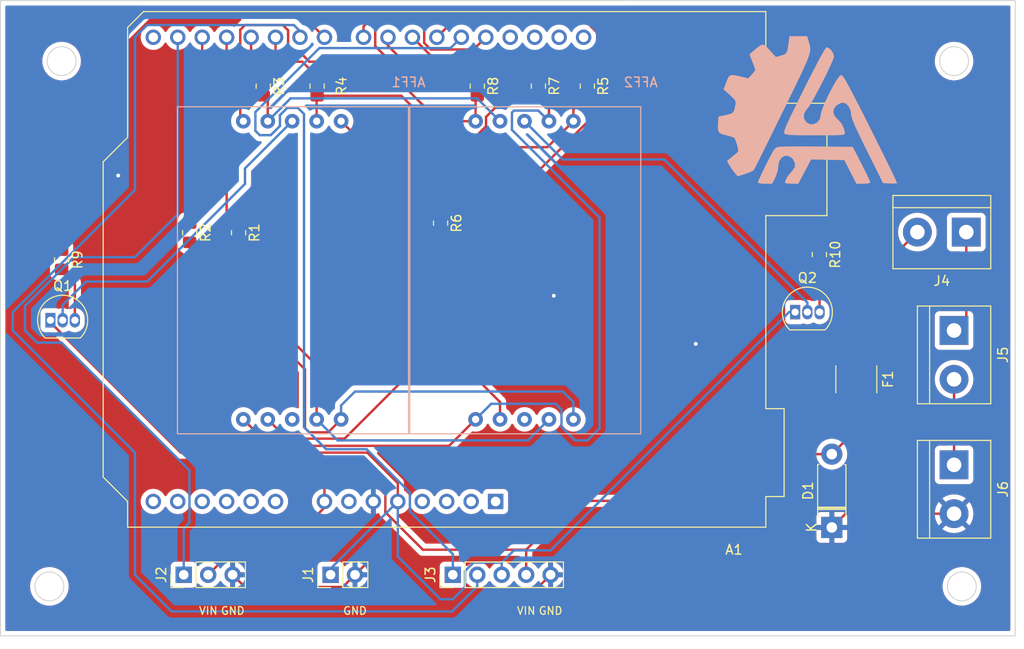
<source format=kicad_pcb>
(kicad_pcb (version 20211014) (generator pcbnew)
  (layers (0 "F.Cu" signal) (31 "B.Cu" signal) (34 "B.Paste" user) (35 "F.Paste" user) (36 "B.SilkS" user "B.Silkscreen") (37 "F.SilkS" user "F.Silkscreen") (38 "B.Mask" user) (39 "F.Mask" user) (44 "Edge.Cuts" user))
  (net 0 "")
  (net 5 "Net-(A1-Pad5)")
  (net 6 "GND")
  (net 8 "VIN")
  (net 16 "Conn1x3")
  (net 17 "Net-(A1-Pad17)")
  (net 18 "Net-(A1-Pad18)")
  (net 19 "Net-(A1-Pad19)")
  (net 20 "Net-(A1-Pad20)")
  (net 21 "BASE1")
  (net 22 "BASE2")
  (net 27 "Net-(AFF1-Pad1)")
  (net 28 "Net-(AFF1-Pad10)")
  (net 29 "Net-(AFF1-Pad3)")
  (net 30 "Net-(AFF1-Pad4)")
  (net 31 "DP")
  (net 32 "Net-(AFF1-Pad6)")
  (net 33 "Net-(AFF1-Pad7)")
  (net 35 "Net-(AFF1-Pad9)")
  (net 36 "Net-(AFF2-Pad3)")
  (net 38 "Net-(Q1-Pad3)")
  (net 39 "Net-(Q2-Pad3)")
  (net 40 "D6")
  (net 41 "Net-(A1-Pad25)")
  (net 42 "Net-(A1-Pad28)")
  (net 43 "Net-(A1-Pad24)")
  (net 44 "D12")
  (net 45 "Net-(A1-Pad26)")
  (net 46 "Net-(J4-Pad1)")
  (net 47 "Net-(F1-Pad1)")
  (net 48 "Net-(J5-Pad2)")
  (footprint "Connector_PinHeader_2.54mm:PinHeader_1x02_P2.54mm_Vertical" (layer "F.Cu") (at 130.81 123.255 90)
    (fp_text reference "J1" (at 0 -2.33 90) (layer "F.SilkS"))
    (fp_text value "Conn_01x02_Female")
    (pad "1" thru_hole rect (at 0 0 90) (size 1.7 1.7) (drill 1) (layers *.Cu *.Mask) (net 5 "Net-(A1-Pad5)"))
    (pad "2" thru_hole oval (at 0 2.54 90) (size 1.7 1.7) (drill 1) (layers *.Cu *.Mask) (net 6 "GND"))
  )
  (footprint "Resistor_SMD:R_0805_2012Metric_Pad1.20x1.40mm_HandSolder" (layer "F.Cu") (at 129.41 72.455 -90)
    (fp_text reference "R4" (at 0 -2.54 90) (layer "F.SilkS"))
    (fp_text value "150")
    (pad "1" smd roundrect (at -1 0 270) (size 1.2 1.4) (layers "F.Cu" "F.Paste" "F.Mask") (roundrect_rratio 0.208333) (net 20 "Net-(A1-Pad20)"))
    (pad "2" smd roundrect (at 1 0 270) (size 1.2 1.4) (layers "F.Cu" "F.Paste" "F.Mask") (roundrect_rratio 0.208333) (net 28 "Net-(AFF1-Pad10)"))
  )
  (footprint "Package_TO_SOT_THT:TO-92_Inline" (layer "F.Cu") (at 179.07 95.95)
    (fp_text reference "Q2" (at 1.27 -3.56) (layer "F.SilkS"))
    (fp_text value "2SA1015")
    (pad "1" thru_hole rect (at 0 0) (size 1.05 1.5) (drill 0.75) (layers *.Cu *.Mask) (net 5 "Net-(A1-Pad5)"))
    (pad "2" thru_hole oval (at 1.27 0) (size 1.05 1.5) (drill 0.75) (layers *.Cu *.Mask) (net 36 "Net-(AFF2-Pad3)"))
    (pad "3" thru_hole oval (at 2.54 0) (size 1.05 1.5) (drill 0.75) (layers *.Cu *.Mask) (net 39 "Net-(Q2-Pad3)"))
  )
  (footprint "Diode_THT:D_DO-41_SOD81_P7.62mm_Horizontal" (layer "F.Cu") (at 182.88 118.335 90)
    (fp_text reference "D1" (at 3.81 -2.47 90) (layer "F.SilkS"))
    (fp_text value "DIODE")
    (fp_text user "K" (at 0 -2.1 90) (layer "F.SilkS"))
    (pad "1" thru_hole rect (at 0 0 90) (size 2.2 2.2) (drill 1.1) (layers *.Cu *.Mask) (net 6 "GND"))
    (pad "2" thru_hole oval (at 7.62 0 90) (size 2.2 2.2) (drill 1.1) (layers *.Cu *.Mask) (net 8 "VIN"))
  )
  (footprint "7seg:polyswitch" (layer "F.Cu") (at 185.42 102.935 -90)
    (fp_text reference "F1" (at 0 -3.302 90) (layer "F.SilkS"))
    (fp_text value "Fuse")
    (pad "1" smd roundrect (at -2.25 0 270) (size 1.35 4) (layers "F.Cu" "F.Paste" "F.Mask") (roundrect_rratio 0.185) (net 47 "Net-(F1-Pad1)"))
    (pad "2" smd roundrect (at 2.25 0 270) (size 1.35 4) (layers "F.Cu" "F.Paste" "F.Mask") (roundrect_rratio 0.185) (net 8 "VIN"))
  )
  (footprint "Resistor_SMD:R_0805_2012Metric_Pad1.20x1.40mm_HandSolder" (layer "F.Cu") (at 121.255 87.695 -90)
    (fp_text reference "R1" (at 0 -1.65 90) (layer "F.SilkS"))
    (fp_text value "150")
    (pad "1" smd roundrect (at -1 0 270) (size 1.2 1.4) (layers "F.Cu" "F.Paste" "F.Mask") (roundrect_rratio 0.208333) (net 18 "Net-(A1-Pad18)"))
    (pad "2" smd roundrect (at 1 0 270) (size 1.2 1.4) (layers "F.Cu" "F.Paste" "F.Mask") (roundrect_rratio 0.208333) (net 33 "Net-(AFF1-Pad7)"))
  )
  (footprint "Resistor_SMD:R_0805_2012Metric_Pad1.20x1.40mm_HandSolder" (layer "F.Cu") (at 152.4 72.455 -90)
    (fp_text reference "R7" (at 0 -1.65 90) (layer "F.SilkS"))
    (fp_text value "150")
    (pad "1" smd roundrect (at -1 0 270) (size 1.2 1.4) (layers "F.Cu" "F.Paste" "F.Mask") (roundrect_rratio 0.208333) (net 43 "Net-(A1-Pad24)"))
    (pad "2" smd roundrect (at 1 0 270) (size 1.2 1.4) (layers "F.Cu" "F.Paste" "F.Mask") (roundrect_rratio 0.208333) (net 28 "Net-(AFF1-Pad10)"))
  )
  (footprint "Resistor_SMD:R_0805_2012Metric_Pad1.20x1.40mm_HandSolder" (layer "F.Cu") (at 102.87 90.505 -90)
    (fp_text reference "R9" (at 0 -1.65 90) (layer "F.SilkS"))
    (fp_text value "150")
    (pad "1" smd roundrect (at -1 0 270) (size 1.2 1.4) (layers "F.Cu" "F.Paste" "F.Mask") (roundrect_rratio 0.208333) (net 21 "BASE1"))
    (pad "2" smd roundrect (at 1 0 270) (size 1.2 1.4) (layers "F.Cu" "F.Paste" "F.Mask") (roundrect_rratio 0.208333) (net 38 "Net-(Q1-Pad3)"))
  )
  (footprint "Resistor_SMD:R_0805_2012Metric_Pad1.20x1.40mm_HandSolder" (layer "F.Cu") (at 142.24 86.695 -90)
    (fp_text reference "R6" (at 0 -1.65 90) (layer "F.SilkS"))
    (fp_text value "150")
    (pad "1" smd roundrect (at -1 0 270) (size 1.2 1.4) (layers "F.Cu" "F.Paste" "F.Mask") (roundrect_rratio 0.208333) (net 45 "Net-(A1-Pad26)"))
    (pad "2" smd roundrect (at 1 0 270) (size 1.2 1.4) (layers "F.Cu" "F.Paste" "F.Mask") (roundrect_rratio 0.208333) (net 35 "Net-(AFF1-Pad9)"))
  )
  (footprint "TerminalBlock:TerminalBlock_bornier-2_P5.08mm" (layer "F.Cu") (at 196.85 87.63 180)
    (fp_text reference "J4" (at 2.54 -5.08) (layer "F.SilkS"))
    (fp_text value "Screw_Terminal_01x02")
    (pad "1" thru_hole rect (at 0 0 180) (size 3 3) (drill 1.52) (layers *.Cu *.Mask) (net 46 "Net-(J4-Pad1)"))
    (pad "2" thru_hole circle (at 5.08 0 180) (size 3 3) (drill 1.52) (layers *.Cu *.Mask) (net 47 "Net-(F1-Pad1)"))
  )
  (footprint "Module:Arduino_UNO_R3" (layer "F.Cu") (at 147.955 115.635 180)
    (fp_text reference "A1" (at -24.765 -5.015) (layer "F.SilkS"))
    (fp_text value "Arduino_UNO_R3")
    (pad "1" thru_hole rect (at 0 0 270) (size 1.6 1.6) (drill 1) (layers *.Cu *.Mask))
    (pad "2" thru_hole oval (at 2.54 0 270) (size 1.6 1.6) (drill 1) (layers *.Cu *.Mask))
    (pad "3" thru_hole oval (at 5.08 0 270) (size 1.6 1.6) (drill 1) (layers *.Cu *.Mask))
    (pad "4" thru_hole oval (at 7.62 0 270) (size 1.6 1.6) (drill 1) (layers *.Cu *.Mask))
    (pad "5" thru_hole oval (at 10.16 0 270) (size 1.6 1.6) (drill 1) (layers *.Cu *.Mask) (net 5 "Net-(A1-Pad5)"))
    (pad "6" thru_hole oval (at 12.7 0 270) (size 1.6 1.6) (drill 1) (layers *.Cu *.Mask) (net 6 "GND"))
    (pad "7" thru_hole oval (at 15.24 0 270) (size 1.6 1.6) (drill 1) (layers *.Cu *.Mask))
    (pad "8" thru_hole oval (at 17.78 0 270) (size 1.6 1.6) (drill 1) (layers *.Cu *.Mask) (net 8 "VIN"))
    (pad "9" thru_hole oval (at 22.86 0 270) (size 1.6 1.6) (drill 1) (layers *.Cu *.Mask))
    (pad "10" thru_hole oval (at 25.4 0 270) (size 1.6 1.6) (drill 1) (layers *.Cu *.Mask))
    (pad "11" thru_hole oval (at 27.94 0 270) (size 1.6 1.6) (drill 1) (layers *.Cu *.Mask))
    (pad "12" thru_hole oval (at 30.48 0 270) (size 1.6 1.6) (drill 1) (layers *.Cu *.Mask))
    (pad "13" thru_hole oval (at 33.02 0 270) (size 1.6 1.6) (drill 1) (layers *.Cu *.Mask))
    (pad "14" thru_hole oval (at 35.56 0 270) (size 1.6 1.6) (drill 1) (layers *.Cu *.Mask))
    (pad "15" thru_hole oval (at 35.56 48.26 270) (size 1.6 1.6) (drill 1) (layers *.Cu *.Mask))
    (pad "16" thru_hole oval (at 33.02 48.26 270) (size 1.6 1.6) (drill 1) (layers *.Cu *.Mask) (net 16 "Conn1x3"))
    (pad "17" thru_hole oval (at 30.48 48.26 270) (size 1.6 1.6) (drill 1) (layers *.Cu *.Mask) (net 17 "Net-(A1-Pad17)"))
    (pad "18" thru_hole oval (at 27.94 48.26 270) (size 1.6 1.6) (drill 1) (layers *.Cu *.Mask) (net 18 "Net-(A1-Pad18)"))
    (pad "19" thru_hole oval (at 25.4 48.26 270) (size 1.6 1.6) (drill 1) (layers *.Cu *.Mask) (net 19 "Net-(A1-Pad19)"))
    (pad "20" thru_hole oval (at 22.86 48.26 270) (size 1.6 1.6) (drill 1) (layers *.Cu *.Mask) (net 20 "Net-(A1-Pad20)"))
    (pad "21" thru_hole oval (at 20.32 48.26 270) (size 1.6 1.6) (drill 1) (layers *.Cu *.Mask) (net 40 "D6"))
    (pad "22" thru_hole oval (at 17.78 48.26 270) (size 1.6 1.6) (drill 1) (layers *.Cu *.Mask) (net 21 "BASE1"))
    (pad "23" thru_hole oval (at 13.72 48.26 270) (size 1.6 1.6) (drill 1) (layers *.Cu *.Mask) (net 22 "BASE2"))
    (pad "24" thru_hole oval (at 11.18 48.26 270) (size 1.6 1.6) (drill 1) (layers *.Cu *.Mask) (net 43 "Net-(A1-Pad24)"))
    (pad "25" thru_hole oval (at 8.64 48.26 270) (size 1.6 1.6) (drill 1) (layers *.Cu *.Mask) (net 41 "Net-(A1-Pad25)"))
    (pad "26" thru_hole oval (at 6.1 48.26 270) (size 1.6 1.6) (drill 1) (layers *.Cu *.Mask) (net 45 "Net-(A1-Pad26)"))
    (pad "27" thru_hole oval (at 3.56 48.26 270) (size 1.6 1.6) (drill 1) (layers *.Cu *.Mask) (net 44 "D12"))
    (pad "28" thru_hole oval (at 1.02 48.26 270) (size 1.6 1.6) (drill 1) (layers *.Cu *.Mask) (net 42 "Net-(A1-Pad28)"))
    (pad "29" thru_hole oval (at -1.52 48.26 270) (size 1.6 1.6) (drill 1) (layers *.Cu *.Mask))
    (pad "30" thru_hole oval (at -4.06 48.26 270) (size 1.6 1.6) (drill 1) (layers *.Cu *.Mask))
    (pad "31" thru_hole oval (at -6.6 48.26 270) (size 1.6 1.6) (drill 1) (layers *.Cu *.Mask))
    (pad "32" thru_hole oval (at -9.14 48.26 270) (size 1.6 1.6) (drill 1) (layers *.Cu *.Mask))
  )
  (footprint "Resistor_SMD:R_0805_2012Metric_Pad1.20x1.40mm_HandSolder" (layer "F.Cu") (at 146.05 72.455 -90)
    (fp_text reference "R8" (at 0 -1.65 90) (layer "F.SilkS"))
    (fp_text value "150")
    (pad "1" smd roundrect (at -1 0 270) (size 1.2 1.4) (layers "F.Cu" "F.Paste" "F.Mask") (roundrect_rratio 0.208333) (net 42 "Net-(A1-Pad28)"))
    (pad "2" smd roundrect (at 1 0 270) (size 1.2 1.4) (layers "F.Cu" "F.Paste" "F.Mask") (roundrect_rratio 0.208333) (net 31 "DP"))
  )
  (footprint "Connector_PinHeader_2.54mm:PinHeader_1x05_P2.54mm_Vertical" (layer "F.Cu") (at 143.51 123.255 90)
    (fp_text reference "J3" (at 0 -2.33 90) (layer "F.SilkS"))
    (fp_text value "Conn_01x05_Female")
    (pad "1" thru_hole rect (at 0 0 90) (size 1.7 1.7) (drill 1) (layers *.Cu *.Mask) (net 44 "D12"))
    (pad "2" thru_hole oval (at 0 2.54 90) (size 1.7 1.7) (drill 1) (layers *.Cu *.Mask) (net 40 "D6"))
    (pad "3" thru_hole oval (at 0 5.08 90) (size 1.7 1.7) (drill 1) (layers *.Cu *.Mask) (net 5 "Net-(A1-Pad5)"))
    (pad "4" thru_hole oval (at 0 7.62 90) (size 1.7 1.7) (drill 1) (layers *.Cu *.Mask) (net 8 "VIN"))
    (pad "5" thru_hole oval (at 0 10.16 90) (size 1.7 1.7) (drill 1) (layers *.Cu *.Mask) (net 6 "GND"))
  )
  (footprint "Resistor_SMD:R_0805_2012Metric_Pad1.20x1.40mm_HandSolder" (layer "F.Cu") (at 181.59 89.965 -90)
    (fp_text reference "R10" (at 0 -1.65 90) (layer "F.SilkS"))
    (fp_text value "150")
    (pad "1" smd roundrect (at -1 0 270) (size 1.2 1.4) (layers "F.Cu" "F.Paste" "F.Mask") (roundrect_rratio 0.208333) (net 22 "BASE2"))
    (pad "2" smd roundrect (at 1 0 270) (size 1.2 1.4) (layers "F.Cu" "F.Paste" "F.Mask") (roundrect_rratio 0.208333) (net 39 "Net-(Q2-Pad3)"))
  )
  (footprint "Resistor_SMD:R_0805_2012Metric_Pad1.20x1.40mm_HandSolder" (layer "F.Cu") (at 157.48 72.455 -90)
    (fp_text reference "R5" (at 0 -1.65 90) (layer "F.SilkS"))
    (fp_text value "150")
    (pad "1" smd roundrect (at -1 0 270) (size 1.2 1.4) (layers "F.Cu" "F.Paste" "F.Mask") (roundrect_rratio 0.208333) (net 41 "Net-(A1-Pad25)"))
    (pad "2" smd roundrect (at 1 0 270) (size 1.2 1.4) (layers "F.Cu" "F.Paste" "F.Mask") (roundrect_rratio 0.208333) (net 27 "Net-(AFF1-Pad1)"))
  )
  (footprint "TerminalBlock:TerminalBlock_bornier-2_P5.08mm" (layer "F.Cu") (at 195.58 97.855 -90)
    (fp_text reference "J5" (at 2.54 -5.08 90) (layer "F.SilkS"))
    (fp_text value "Screw_Terminal_01x02")
    (pad "1" thru_hole rect (at 0 0 270) (size 3 3) (drill 1.52) (layers *.Cu *.Mask) (net 46 "Net-(J4-Pad1)"))
    (pad "2" thru_hole circle (at 5.08 0 270) (size 3 3) (drill 1.52) (layers *.Cu *.Mask) (net 48 "Net-(J5-Pad2)"))
  )
  (footprint "Connector_PinHeader_2.54mm:PinHeader_1x03_P2.54mm_Vertical" (layer "F.Cu") (at 115.555 123.255 90)
    (fp_text reference "J2" (at 0 -2.33 90) (layer "F.SilkS"))
    (fp_text value "Conn_01x03_Female")
    (pad "1" thru_hole rect (at 0 0 90) (size 1.7 1.7) (drill 1) (layers *.Cu *.Mask) (net 16 "Conn1x3"))
    (pad "2" thru_hole oval (at 0 2.54 90) (size 1.7 1.7) (drill 1) (layers *.Cu *.Mask) (net 8 "VIN"))
    (pad "3" thru_hole oval (at 0 5.08 90) (size 1.7 1.7) (drill 1) (layers *.Cu *.Mask) (net 6 "GND"))
  )
  (footprint "Resistor_SMD:R_0805_2012Metric_Pad1.20x1.40mm_HandSolder" (layer "F.Cu") (at 123.815 72.455 -90)
    (fp_text reference "R3" (at 0 -1.65 90) (layer "F.SilkS"))
    (fp_text value "150")
    (pad "1" smd roundrect (at -1 0 270) (size 1.2 1.4) (layers "F.Cu" "F.Paste" "F.Mask") (roundrect_rratio 0.208333) (net 19 "Net-(A1-Pad19)"))
    (pad "2" smd roundrect (at 1 0 270) (size 1.2 1.4) (layers "F.Cu" "F.Paste" "F.Mask") (roundrect_rratio 0.208333) (net 30 "Net-(AFF1-Pad4)"))
  )
  (footprint "TerminalBlock:TerminalBlock_bornier-2_P5.08mm" (layer "F.Cu") (at 195.58 111.825 -90)
    (fp_text reference "J6" (at 2.54 -5.08 90) (layer "F.SilkS"))
    (fp_text value "Screw_Terminal_01x02")
    (pad "1" thru_hole rect (at 0 0 270) (size 3 3) (drill 1.52) (layers *.Cu *.Mask) (net 48 "Net-(J5-Pad2)"))
    (pad "2" thru_hole circle (at 5.08 0 270) (size 3 3) (drill 1.52) (layers *.Cu *.Mask) (net 6 "GND"))
  )
  (footprint "Package_TO_SOT_THT:TO-92_Inline" (layer "F.Cu") (at 101.708355 96.792145)
    (fp_text reference "Q1" (at 1.27 -3.56) (layer "F.SilkS"))
    (fp_text value "2SA1015")
    (pad "1" thru_hole rect (at 0 0) (size 1.05 1.5) (drill 0.75) (layers *.Cu *.Mask) (net 5 "Net-(A1-Pad5)"))
    (pad "2" thru_hole oval (at 1.27 0) (size 1.05 1.5) (drill 0.75) (layers *.Cu *.Mask) (net 29 "Net-(AFF1-Pad3)"))
    (pad "3" thru_hole oval (at 2.54 0) (size 1.05 1.5) (drill 0.75) (layers *.Cu *.Mask) (net 38 "Net-(Q1-Pad3)"))
  )
  (footprint "Resistor_SMD:R_0805_2012Metric_Pad1.20x1.40mm_HandSolder" (layer "F.Cu") (at 116.175 87.695 -90)
    (fp_text reference "R2" (at 0 -1.65 90) (layer "F.SilkS"))
    (fp_text value "150")
    (pad "1" smd roundrect (at -1 0 270) (size 1.2 1.4) (layers "F.Cu" "F.Paste" "F.Mask") (roundrect_rratio 0.208333) (net 17 "Net-(A1-Pad17)"))
    (pad "2" smd roundrect (at 1 0 270) (size 1.2 1.4) (layers "F.Cu" "F.Paste" "F.Mask") (roundrect_rratio 0.208333) (net 32 "Net-(AFF1-Pad6)"))
  )
  (footprint "7seg:Logo" (layer "B.Cu") (at 180.34 74.93 180)
    (fp_text reference "G***" hide)
    (fp_text value "LOGO" hide)
  )
  (footprint "7seg:7seg" (layer "B.Cu") (at 138.905 74.6 180)
    (fp_text reference "AFF1" (at 0 2.54 unlocked) (layer "B.SilkS") (effects (justify mirror)))
    (fp_text value "LTS-6960HR")
    (pad "1" thru_hole circle (at 7 -1.5 180) (size 1.524 1.524) (drill 0.762) (layers *.Cu *.Mask) (net 27 "Net-(AFF1-Pad1)"))
    (pad "2" thru_hole circle (at 9.54 -1.5 180) (size 1.524 1.524) (drill 0.762) (layers *.Cu *.Mask) (net 28 "Net-(AFF1-Pad10)"))
    (pad "3" thru_hole circle (at 12.08 -1.5 180) (size 1.524 1.524) (drill 0.762) (layers *.Cu *.Mask) (net 29 "Net-(AFF1-Pad3)"))
    (pad "4" thru_hole circle (at 14.62 -1.5 180) (size 1.524 1.524) (drill 0.762) (layers *.Cu *.Mask) (net 30 "Net-(AFF1-Pad4)"))
    (pad "5" thru_hole circle (at 17.16 -1.5 180) (size 1.524 1.524) (drill 0.762) (layers *.Cu *.Mask) (net 31 "DP"))
    (pad "6" thru_hole circle (at 7 -32.5 180) (size 1.524 1.524) (drill 0.762) (layers *.Cu *.Mask) (net 32 "Net-(AFF1-Pad6)"))
    (pad "7" thru_hole circle (at 9.54 -32.5 180) (size 1.524 1.524) (drill 0.762) (layers *.Cu *.Mask) (net 33 "Net-(AFF1-Pad7)"))
    (pad "8" thru_hole circle (at 12.08 -32.5 180) (size 1.524 1.524) (drill 0.762) (layers *.Cu *.Mask))
    (pad "9" thru_hole circle (at 14.62 -32.5 180) (size 1.524 1.524) (drill 0.762) (layers *.Cu *.Mask) (net 35 "Net-(AFF1-Pad9)"))
    (pad "10" thru_hole circle (at 17.16 -32.5 180) (size 1.524 1.524) (drill 0.762) (layers *.Cu *.Mask) (net 28 "Net-(AFF1-Pad10)"))
  )
  (footprint "7seg:7seg" (layer "B.Cu") (at 163.035 74.6 180)
    (fp_text reference "AFF2" (at 0 2.54 unlocked) (layer "B.SilkS") (effects (justify mirror)))
    (fp_text value "LTS-6960HR")
    (pad "1" thru_hole circle (at 7 -1.5 180) (size 1.524 1.524) (drill 0.762) (layers *.Cu *.Mask) (net 27 "Net-(AFF1-Pad1)"))
    (pad "2" thru_hole circle (at 9.54 -1.5 180) (size 1.524 1.524) (drill 0.762) (layers *.Cu *.Mask) (net 28 "Net-(AFF1-Pad10)"))
    (pad "3" thru_hole circle (at 12.08 -1.5 180) (size 1.524 1.524) (drill 0.762) (layers *.Cu *.Mask) (net 36 "Net-(AFF2-Pad3)"))
    (pad "4" thru_hole circle (at 14.62 -1.5 180) (size 1.524 1.524) (drill 0.762) (layers *.Cu *.Mask) (net 30 "Net-(AFF1-Pad4)"))
    (pad "5" thru_hole circle (at 17.16 -1.5 180) (size 1.524 1.524) (drill 0.762) (layers *.Cu *.Mask) (net 31 "DP"))
    (pad "6" thru_hole circle (at 7 -32.5 180) (size 1.524 1.524) (drill 0.762) (layers *.Cu *.Mask) (net 32 "Net-(AFF1-Pad6)"))
    (pad "7" thru_hole circle (at 9.54 -32.5 180) (size 1.524 1.524) (drill 0.762) (layers *.Cu *.Mask) (net 33 "Net-(AFF1-Pad7)"))
    (pad "8" thru_hole circle (at 12.08 -32.5 180) (size 1.524 1.524) (drill 0.762) (layers *.Cu *.Mask))
    (pad "9" thru_hole circle (at 14.62 -32.5 180) (size 1.524 1.524) (drill 0.762) (layers *.Cu *.Mask) (net 35 "Net-(AFF1-Pad9)"))
    (pad "10" thru_hole circle (at 17.16 -32.5 180) (size 1.524 1.524) (drill 0.762) (layers *.Cu *.Mask) (net 28 "Net-(AFF1-Pad10)"))
  )
  (gr_circle (center 196.39 124.46) (end 197.89 124.46) (layer "Edge.Cuts") (width 0.1) (fill none))
  (gr_circle (center 101.6 124.46) (end 103.1 124.46) (layer "Edge.Cuts") (width 0.1) (fill none))
  (gr_rect (start 96.52 63.565) (end 201.93 129.605) (layer "Edge.Cuts") (width 0.1) (fill none))
  (gr_circle (center 195.58 69.85) (end 197.08 69.85) (layer "Edge.Cuts") (width 0.1) (fill none))
  (gr_circle (center 102.87 69.85) (end 104.37 69.85) (layer "Edge.Cuts") (width 0.1) (fill none))
  (gr_text "GND" (at 153.67 127) (layer "F.SilkS") (effects (font (size 0.8 0.8) (thickness 0.125))))
  (gr_text "GND" (at 133.35 127) (layer "F.SilkS") (effects (font (size 0.8 0.8) (thickness 0.125))))
  (gr_text "VIN" (at 151.13 127) (layer "F.SilkS") (effects (font (size 0.8 0.8) (thickness 0.125))))
  (gr_text "VIN" (at 118.11 127) (layer "F.SilkS") (effects (font (size 0.8 0.8) (thickness 0.125))))
  (gr_text "GND" (at 120.65 127) (layer "F.SilkS") (effects (font (size 0.8 0.8) (thickness 0.125))))
  (segment (start 137.795 113.73) (end 134.62 110.555) (width 0.25) (layer "F.Cu") (net 5))
  (segment (start 101.708355 97.017145) (end 101.708355 96.792145) (width 0.25) (layer "F.Cu") (net 5))
  (segment (start 137.795 115.635) (end 137.795 113.73) (width 0.25) (layer "F.Cu") (net 5))
  (segment (start 115.24621 110.555) (end 101.708355 97.017145) (width 0.25) (layer "F.Cu") (net 5))
  (segment (start 134.62 110.555) (end 115.24621 110.555) (width 0.25) (layer "F.Cu") (net 5))
  (segment (start 145.658299 121.985) (end 144.78 122.863299) (width 0.25) (layer "B.Cu") (net 5))
  (segment (start 144.78 122.863299) (end 144.78 124.525) (width 0.25) (layer "B.Cu") (net 5))
  (segment (start 179.07 95.95) (end 178.435 95.95) (width 0.25) (layer "B.Cu") (net 5))
  (segment (start 148.59 121.985) (end 145.658299 121.985) (width 0.25) (layer "B.Cu") (net 5))
  (segment (start 144.78 124.525) (end 143.51 125.795) (width 0.25) (layer "B.Cu") (net 5))
  (segment (start 143.51 125.795) (end 142.24 125.795) (width 0.25) (layer "B.Cu") (net 5))
  (segment (start 130.81 123.255) (end 130.81 122.62) (width 0.25) (layer "B.Cu") (net 5))
  (segment (start 149.86 120.715) (end 148.59 121.985) (width 0.25) (layer "B.Cu") (net 5))
  (segment (start 178.435 95.95) (end 153.67 120.715) (width 0.25) (layer "B.Cu") (net 5))
  (segment (start 148.59 121.985) (end 148.59 123.255) (width 0.25) (layer "B.Cu") (net 5))
  (segment (start 130.81 122.62) (end 137.795 115.635) (width 0.25) (layer "B.Cu") (net 5))
  (segment (start 153.67 120.715) (end 149.86 120.715) (width 0.25) (layer "B.Cu") (net 5))
  (segment (start 142.24 125.795) (end 137.795 121.35) (width 0.25) (layer "B.Cu") (net 5))
  (segment (start 137.795 121.35) (end 137.795 115.635) (width 0.25) (layer "B.Cu") (net 5))
  (segment (start 166.305 123.255) (end 153.67 123.255) (width 0.25) (layer "F.Cu") (net 6))
  (segment (start 121.905 124.525) (end 132.08 124.525) (width 0.25) (layer "F.Cu") (net 6))
  (segment (start 151.195 125.73) (end 153.67 123.255) (width 0.25) (layer "F.Cu") (net 6))
  (segment (start 182.88 118.335) (end 171.225 118.335) (width 0.25) (layer "F.Cu") (net 6))
  (segment (start 135.255 121.35) (end 135.255 115.635) (width 0.25) (layer "F.Cu") (net 6))
  (segment (start 139.635 125.73) (end 151.195 125.73) (width 0.25) (layer "F.Cu") (net 6))
  (segment (start 195.58 116.905) (end 184.31 116.905) (width 0.25) (layer "F.Cu") (net 6))
  (segment (start 133.35 123.255) (end 135.255 121.35) (width 0.25) (layer "F.Cu") (net 6))
  (segment (start 184.31 116.905) (end 182.88 118.335) (width 0.25) (layer "F.Cu") (net 6))
  (segment (start 120.635 123.255) (end 121.905 124.525) (width 0.25) (layer "F.Cu") (net 6))
  (segment (start 132.08 124.525) (end 133.35 123.255) (width 0.25) (layer "F.Cu") (net 6))
  (segment (start 171.225 118.335) (end 166.305 123.255) (width 0.25) (layer "F.Cu") (net 6))
  (segment (start 135.255 121.35) (end 139.635 125.73) (width 0.25) (layer "F.Cu") (net 6))
  (via (at 154 94.25) (size 0.8) (drill 0.4) (layers "F.Cu" "B.Cu") (net 6))
  (via (at 108.75 81.75) (size 0.8) (drill 0.4) (layers "F.Cu" "B.Cu") (net 6))
  (via (at 168.75 99.25) (size 0.8) (drill 0.4) (layers "F.Cu" "B.Cu") (net 6))
  (segment (start 182.88 110.715) (end 185.42 108.175) (width 0.25) (layer "F.Cu") (net 8))
  (segment (start 180.565 110.715) (end 175.71 115.57) (width 0.25) (layer "F.Cu") (net 8))
  (segment (start 151.13 120.65) (end 140.4 120.65) (width 0.25) (layer "F.Cu") (net 8))
  (segment (start 134.62 113.03) (end 130.81 113.03) (width 0.25) (layer "F.Cu") (net 8))
  (segment (start 130.175 113.665) (end 130.175 115.635) (width 0.25) (layer "F.Cu") (net 8))
  (segment (start 182.88 110.715) (end 180.565 110.715) (width 0.25) (layer "F.Cu") (net 8))
  (segment (start 175.71 115.57) (end 156.21 115.57) (width 0.25) (layer "F.Cu") (net 8))
  (segment (start 121.905 119.445) (end 127 119.445) (width 0.25) (layer "F.Cu") (net 8))
  (segment (start 140.4 120.65) (end 136.5 116.75) (width 0.25) (layer "F.Cu") (net 8))
  (segment (start 151.13 120.65) (end 151.13 123.255) (width 0.25) (layer "F.Cu") (net 8))
  (segment (start 118.095 123.255) (end 121.905 119.445) (width 0.25) (layer "F.Cu") (net 8))
  (segment (start 127 119.445) (end 130.175 116.27) (width 0.25) (layer "F.Cu") (net 8))
  (segment (start 130.81 113.03) (end 130.175 113.665) (width 0.25) (layer "F.Cu") (net 8))
  (segment (start 185.42 108.175) (end 185.42 105.185) (width 0.25) (layer "F.Cu") (net 8))
  (segment (start 156.21 115.57) (end 151.13 120.65) (width 0.25) (layer "F.Cu") (net 8))
  (segment (start 136.5 116.75) (end 136.5 114.91) (width 0.25) (layer "F.Cu") (net 8))
  (segment (start 130.175 116.27) (end 130.175 115.635) (width 0.25) (layer "F.Cu") (net 8))
  (segment (start 136.5 114.91) (end 134.62 113.03) (width 0.25) (layer "F.Cu") (net 8))
  (segment (start 104.14 90.235) (end 110.49 90.235) (width 0.25) (layer "B.Cu") (net 16))
  (segment (start 99.06 95.315) (end 104.14 90.235) (width 0.25) (layer "B.Cu") (net 16))
  (segment (start 115.555 118.445) (end 116.15 117.85) (width 0.25) (layer "B.Cu") (net 16))
  (segment (start 116.15 112.405) (end 102.87 99.125) (width 0.25) (layer "B.Cu") (net 16))
  (segment (start 102.87 99.125) (end 100.33 99.125) (width 0.25) (layer "B.Cu") (net 16))
  (segment (start 115.555 118.445) (end 115.555 123.255) (width 0.25) (layer "B.Cu") (net 16))
  (segment (start 100.33 99.125) (end 99.06 97.855) (width 0.25) (layer "B.Cu") (net 16))
  (segment (start 110.49 90.235) (end 114.935 85.79) (width 0.25) (layer "B.Cu") (net 16))
  (segment (start 116.15 117.85) (end 116.15 112.405) (width 0.25) (layer "B.Cu") (net 16))
  (segment (start 99.06 97.855) (end 99.06 95.315) (width 0.25) (layer "B.Cu") (net 16))
  (segment (start 114.935 85.79) (end 114.935 67.375) (width 0.25) (layer "B.Cu") (net 16))
  (segment (start 117.475 85.395) (end 117.475 67.375) (width 0.25) (layer "F.Cu") (net 17))
  (segment (start 116.175 86.695) (end 117.475 85.395) (width 0.25) (layer "F.Cu") (net 17))
  (segment (start 121.255 86.695) (end 120.015 85.455) (width 0.25) (layer "F.Cu") (net 18))
  (segment (start 120.015 85.455) (end 120.015 67.375) (width 0.25) (layer "F.Cu") (net 18))
  (segment (start 122.555 70.195) (end 122.555 67.375) (width 0.25) (layer "F.Cu") (net 19))
  (segment (start 123.815 71.455) (end 122.555 70.195) (width 0.25) (layer "F.Cu") (net 19))
  (segment (start 125.095 69.28) (end 125.095 67.375) (width 0.25) (layer "F.Cu") (net 20))
  (segment (start 129.41 71.455) (end 127.87 69.915) (width 0.25) (layer "F.Cu") (net 20))
  (segment (start 125.73 69.915) (end 125.095 69.28) (width 0.25) (layer "F.Cu") (net 20))
  (segment (start 127.87 69.915) (end 125.73 69.915) (width 0.25) (layer "F.Cu") (net 20))
  (segment (start 109.22 67.31) (end 109.22 77.47) (width 0.25) (layer "F.Cu") (net 21))
  (segment (start 109.22 77.47) (end 102.87 83.82) (width 0.25) (layer "F.Cu") (net 21))
  (segment (start 130.175 67.375) (end 127.57 64.77) (width 0.25) (layer "F.Cu") (net 21))
  (segment (start 111.76 64.77) (end 109.22 67.31) (width 0.25) (layer "F.Cu") (net 21))
  (segment (start 127.57 64.77) (end 111.76 64.77) (width 0.25) (layer "F.Cu") (net 21))
  (segment (start 102.87 83.82) (end 102.87 89.505) (width 0.25) (layer "F.Cu") (net 21))
  (segment (start 181.61 88.945) (end 181.59 88.965) (width 0.25) (layer "F.Cu") (net 22))
  (segment (start 136.09363 64.385) (end 160.84 64.385) (width 0.25) (layer "F.Cu") (net 22))
  (segment (start 160.84 64.385) (end 181.61 85.155) (width 0.25) (layer "F.Cu") (net 22))
  (segment (start 134.235 67.375) (end 134.235 66.24363) (width 0.25) (layer "F.Cu") (net 22))
  (segment (start 134.235 66.24363) (end 136.09363 64.385) (width 0.25) (layer "F.Cu") (net 22))
  (segment (start 181.61 85.155) (end 181.61 88.945) (width 0.25) (layer "F.Cu") (net 22))
  (segment (start 156.035 74.9) (end 156.035 76.1) (width 0.25) (layer "F.Cu") (net 27))
  (segment (start 153.33 78.805) (end 156.035 76.1) (width 0.25) (layer "F.Cu") (net 27))
  (segment (start 134.61 78.805) (end 153.33 78.805) (width 0.25) (layer "F.Cu") (net 27))
  (segment (start 157.48 73.455) (end 156.035 74.9) (width 0.25) (layer "F.Cu") (net 27))
  (segment (start 131.905 76.1) (end 134.61 78.805) (width 0.25) (layer "F.Cu") (net 27))
  (segment (start 153.495 74.55) (end 153.495 76.1) (width 0.25) (layer "F.Cu") (net 28))
  (segment (start 143.125 109.85) (end 145.875 107.1) (width 0.25) (layer "F.Cu") (net 28))
  (segment (start 123.93 109.285) (end 123.935 109.285) (width 0.25) (layer "F.Cu") (net 28))
  (segment (start 146.962 76.623) (end 146.05 77.535) (width 0.25) (layer "F.Cu") (net 28))
  (segment (start 123.935 109.285) (end 124.5 109.85) (width 0.25) (layer "F.Cu") (net 28))
  (segment (start 138.16 73.455) (end 129.41 73.455) (width 0.25) (layer "F.Cu") (net 28))
  (segment (start 149.156749 73.455) (end 146.962 75.649749) (width 0.25) (layer "F.Cu") (net 28))
  (segment (start 146.05 77.535) (end 142.24 77.535) (width 0.25) (layer "F.Cu") (net 28))
  (segment (start 152.4 73.455) (end 153.495 74.55) (width 0.25) (layer "F.Cu") (net 28))
  (segment (start 124.5 109.85) (end 143.125 109.85) (width 0.25) (layer "F.Cu") (net 28))
  (segment (start 146.962 75.649749) (end 146.962 76.623) (width 0.25) (layer "F.Cu") (net 28))
  (segment (start 129.365 76.1) (end 129.365 73.5) (width 0.25) (layer "F.Cu") (net 28))
  (segment (start 152.4 73.455) (end 149.156749 73.455) (width 0.25) (layer "F.Cu") (net 28))
  (segment (start 129.365 73.5) (end 129.41 73.455) (width 0.25) (layer "F.Cu") (net 28))
  (segment (start 142.24 77.535) (end 138.16 73.455) (width 0.25) (layer "F.Cu") (net 28))
  (segment (start 121.745 107.1) (end 123.93 109.285) (width 0.25) (layer "F.Cu") (net 28))
  (segment (start 149.65 75.2) (end 149.855 74.995) (width 0.25) (layer "B.Cu") (net 28))
  (segment (start 154.8 106.1) (end 154.8 107.875) (width 0.25) (layer "B.Cu") (net 28))
  (segment (start 158.75 86.1) (end 149.65 77) (width 0.25) (layer "B.Cu") (net 28))
  (segment (start 154.175 105.475) (end 154.8 106.1) (width 0.25) (layer "B.Cu") (net 28))
  (segment (start 145.875 107.1) (end 147.5 105.475) (width 0.25) (layer "B.Cu") (net 28))
  (segment (start 147.5 105.475) (end 154.175 105.475) (width 0.25) (layer "B.Cu") (net 28))
  (segment (start 154.8 107.875) (end 156.21 109.285) (width 0.25) (layer "B.Cu") (net 28))
  (segment (start 157.48 109.285) (end 158.75 108.015) (width 0.25) (layer "B.Cu") (net 28))
  (segment (start 149.65 77) (end 149.65 75.2) (width 0.25) (layer "B.Cu") (net 28))
  (segment (start 156.21 109.285) (end 157.48 109.285) (width 0.25) (layer "B.Cu") (net 28))
  (segment (start 158.75 108.015) (end 158.75 86.1) (width 0.25) (layer "B.Cu") (net 28))
  (segment (start 149.855 74.995) (end 152.39 74.995) (width 0.25) (layer "B.Cu") (net 28))
  (segment (start 152.39 74.995) (end 153.495 76.1) (width 0.25) (layer "B.Cu") (net 28))
  (segment (start 111.76 92.775) (end 105.41 92.775) (width 0.25) (layer "B.Cu") (net 29))
  (segment (start 121.92 81.005) (end 121.92 82.615) (width 0.25) (layer "B.Cu") (net 29))
  (segment (start 126.825 76.1) (end 121.92 81.005) (width 0.25) (layer "B.Cu") (net 29))
  (segment (start 105.41 92.775) (end 102.978355 95.206645) (width 0.25) (layer "B.Cu") (net 29))
  (segment (start 121.92 82.615) (end 111.76 92.775) (width 0.25) (layer "B.Cu") (net 29))
  (segment (start 102.978355 95.206645) (end 102.978355 96.792145) (width 0.25) (layer "B.Cu") (net 29))
  (segment (start 124.285 73.925) (end 123.815 73.455) (width 0.25) (layer "F.Cu") (net 30))
  (segment (start 124.285 76.1) (end 124.285 73.925) (width 0.25) (layer "F.Cu") (net 30))
  (segment (start 146.05 73.735) (end 148.415 76.1) (width 0.25) (layer "B.Cu") (net 30))
  (segment (start 146.05 73.725) (end 146.05 73.735) (width 0.25) (layer "B.Cu") (net 30))
  (segment (start 124.285 76.1) (end 126.66 73.725) (width 0.25) (layer "B.Cu") (net 30))
  (segment (start 126.66 73.725) (end 146.05 73.725) (width 0.25) (layer "B.Cu") (net 30))
  (segment (start 121.43 75.785) (end 121.43 66.595) (width 0.25) (layer "F.Cu") (net 31))
  (segment (start 146.05 73.455) (end 145.875 73.63) (width 0.25) (layer "F.Cu") (net 31))
  (segment (start 127.9 69.2) (end 128.584009 69.884009) (width 0.25) (layer "F.Cu") (net 31))
  (segment (start 127.25 69.2) (end 127.9 69.2) (width 0.25) (layer "F.Cu") (net 31))
  (segment (start 121.745 76.1) (end 121.43 75.785) (width 0.25) (layer "F.Cu") (net 31))
  (segment (start 121.43 66.595) (end 121.92 66.105) (width 0.25) (layer "F.Cu") (net 31))
  (segment (start 125.855 66.105) (end 126.4 66.65) (width 0.25) (layer "F.Cu") (net 31))
  (segment (start 128.584009 69.915) (end 135.89 69.915) (width 0.25) (layer "F.Cu") (net 31))
  (segment (start 145.875 73.63) (end 145.875 76.1) (width 0.25) (layer "F.Cu") (net 31))
  (segment (start 128.584009 69.884009) (end 128.584009 69.915) (width 0.25) (layer "F.Cu") (net 31))
  (segment (start 126.4 68.35) (end 127.25 69.2) (width 0.25) (layer "F.Cu") (net 31))
  (segment (start 121.92 66.105) (end 125.855 66.105) (width 0.25) (layer "F.Cu") (net 31))
  (segment (start 135.89 69.915) (end 142.075 76.1) (width 0.25) (layer "F.Cu") (net 31))
  (segment (start 126.4 66.65) (end 126.4 68.35) (width 0.25) (layer "F.Cu") (net 31))
  (segment (start 142.075 76.1) (end 145.875 76.1) (width 0.25) (layer "F.Cu") (net 31))
  (segment (start 128.6 108.45) (end 130.555 108.45) (width 0.25) (layer "F.Cu") (net 32))
  (segment (start 116.175 89.925) (end 128.15 101.9) (width 0.25) (layer "F.Cu") (net 32))
  (segment (start 128.15 101.9) (end 128.15 108) (width 0.25) (layer "F.Cu") (net 32))
  (segment (start 130.555 108.45) (end 131.905 107.1) (width 0.25) (layer "F.Cu") (net 32))
  (segment (start 128.15 108) (end 128.6 108.45) (width 0.25) (layer "F.Cu") (net 32))
  (segment (start 116.175 88.695) (end 116.175 89.925) (width 0.25) (layer "F.Cu") (net 32))
  (segment (start 133.35 104.205) (end 154.94 104.205) (width 0.25) (layer "B.Cu") (net 32))
  (segment (start 131.905 107.1) (end 131.905 105.65) (width 0.25) (layer "B.Cu") (net 32))
  (segment (start 131.905 105.65) (end 133.35 104.205) (width 0.25) (layer "B.Cu") (net 32))
  (segment (start 154.94 104.205) (end 156.035 105.3) (width 0.25) (layer "B.Cu") (net 32))
  (segment (start 156.035 105.3) (end 156.035 107.1) (width 0.25) (layer "B.Cu") (net 32))
  (segment (start 121.255 93.38) (end 129.365 101.49) (width 0.25) (layer "F.Cu") (net 33))
  (segment (start 121.255 88.695) (end 121.255 93.38) (width 0.25) (layer "F.Cu") (net 33))
  (segment (start 129.365 101.49) (end 129.365 107.1) (width 0.25) (layer "F.Cu") (net 33))
  (segment (start 151.31 109.285) (end 153.495 107.1) (width 0.25) (layer "B.Cu") (net 33))
  (segment (start 131.55 109.285) (end 151.31 109.285) (width 0.25) (layer "B.Cu") (net 33))
  (segment (start 129.365 107.1) (end 131.55 109.285) (width 0.25) (layer "B.Cu") (net 33))
  (segment (start 142.24 99.125) (end 142.24 94.045) (width 0.25) (layer "F.Cu") (net 35))
  (segment (start 126.285 109.1) (end 132.265 109.1) (width 0.25) (layer "F.Cu") (net 35))
  (segment (start 148.415 105.3) (end 148.415 107.1) (width 0.25) (layer "F.Cu") (net 35))
  (segment (start 132.265 109.1) (end 142.24 99.125) (width 0.25) (layer "F.Cu") (net 35))
  (segment (start 142.24 87.695) (end 142.24 94.045) (width 0.25) (layer "F.Cu") (net 35))
  (segment (start 124.285 107.1) (end 126.285 109.1) (width 0.25) (layer "F.Cu") (net 35))
  (segment (start 142.24 99.125) (end 148.415 105.3) (width 0.25) (layer "F.Cu") (net 35))
  (segment (start 154.93 80.075) (end 150.955 76.1) (width 0.25) (layer "B.Cu") (net 36))
  (segment (start 165.465 80.075) (end 154.93 80.075) (width 0.25) (layer "B.Cu") (net 36))
  (segment (start 180.34 95.95) (end 180.34 94.95) (width 0.25) (layer "B.Cu") (net 36))
  (segment (start 180.34 94.95) (end 165.465 80.075) (width 0.25) (layer "B.Cu") (net 36))
  (segment (start 104.248355 92.883355) (end 102.87 91.505) (width 0.25) (layer "F.Cu") (net 38))
  (segment (start 104.248355 96.792145) (end 104.248355 92.883355) (width 0.25) (layer "F.Cu") (net 38))
  (segment (start 181.61 90.985) (end 181.59 90.965) (width 0.25) (layer "F.Cu") (net 39))
  (segment (start 181.61 95.95) (end 181.61 90.985) (width 0.25) (layer "F.Cu") (net 39))
  (segment (start 111.76 66.105) (end 127 66.105) (width 0.25) (layer "B.Cu") (net 40))
  (segment (start 114.3 127.065) (end 110.49 123.255) (width 0.25) (layer "B.Cu") (net 40))
  (segment (start 127 66.105) (end 127.635 66.74) (width 0.25) (layer "B.Cu") (net 40))
  (segment (start 127.635 66.74) (end 127.635 67.375) (width 0.25) (layer "B.Cu") (net 40))
  (segment (start 146.05 124.457081) (end 143.442081 127.065) (width 0.25) (layer "B.Cu") (net 40))
  (segment (start 143.442081 127.065) (end 114.3 127.065) (width 0.25) (layer "B.Cu") (net 40))
  (segment (start 97.79 95.948604) (end 110.49 83.248604) (width 0.25) (layer "B.Cu") (net 40))
  (segment (start 110.49 67.375) (end 111.76 66.105) (width 0.25) (layer "B.Cu") (net 40))
  (segment (start 97.79 97.855) (end 97.79 95.948604) (width 0.25) (layer "B.Cu") (net 40))
  (segment (start 146.05 123.255) (end 146.05 124.457081) (width 0.25) (layer "B.Cu") (net 40))
  (segment (start 110.49 83.248604) (end 110.49 67.375) (width 0.25) (layer "B.Cu") (net 40))
  (segment (start 110.49 123.255) (end 110.49 110.555) (width 0.25) (layer "B.Cu") (net 40))
  (segment (start 110.49 110.555) (end 97.79 97.855) (width 0.25) (layer "B.Cu") (net 40))
  (segment (start 141.405 69.465) (end 155.49 69.465) (width 0.25) (layer "F.Cu") (net 41))
  (segment (start 139.315 67.375) (end 141.405 69.465) (width 0.25) (layer "F.Cu") (net 41))
  (segment (start 155.49 69.465) (end 157.48 71.455) (width 0.25) (layer "F.Cu") (net 41))
  (segment (start 135.45 68.3) (end 135.45 66.545) (width 0.25) (layer "F.Cu") (net 42))
  (segment (start 135.45 66.545) (end 137.16 64.835) (width 0.25) (layer "F.Cu") (net 42))
  (segment (start 140.538198 66.288198) (end 140.538198 67.961802) (width 0.25) (layer "F.Cu") (net 42))
  (segment (start 145.665 68.645) (end 146.935 67.375) (width 0.25) (layer "F.Cu") (net 42))
  (segment (start 138.605 71.455) (end 135.45 68.3) (width 0.25) (layer "F.Cu") (net 42))
  (segment (start 137.16 64.835) (end 139.085 64.835) (width 0.25) (layer "F.Cu") (net 42))
  (segment (start 140.538198 67.961802) (end 141.221396 68.645) (width 0.25) (layer "F.Cu") (net 42))
  (segment (start 146.05 71.455) (end 138.605 71.455) (width 0.25) (layer "F.Cu") (net 42))
  (segment (start 139.085 64.835) (end 140.538198 66.288198) (width 0.25) (layer "F.Cu") (net 42))
  (segment (start 141.221396 68.645) (end 145.665 68.645) (width 0.25) (layer "F.Cu") (net 42))
  (segment (start 138.43 69.915) (end 136.775 68.26) (width 0.25) (layer "F.Cu") (net 43))
  (segment (start 136.775 68.26) (end 136.775 67.375) (width 0.25) (layer "F.Cu") (net 43))
  (segment (start 150.86 69.915) (end 138.43 69.915) (width 0.25) (layer "F.Cu") (net 43))
  (segment (start 152.4 71.455) (end 150.86 69.915) (width 0.25) (layer "F.Cu") (net 43))
  (segment (start 123 77.1) (end 123 75.15) (width 0.25) (layer "B.Cu") (net 44))
  (segment (start 126.310698 74.710698) (end 125.55 75.471396) (width 0.25) (layer "B.Cu") (net 44))
  (segment (start 128.05 107.9) (end 128.05 75.35) (width 0.25) (layer "B.Cu") (net 44))
  (segment (start 124.6 77.55) (end 123.45 77.55) (width 0.25) (layer "B.Cu") (net 44))
  (segment (start 125.55 76.6) (end 124.6 77.55) (width 0.25) (layer "B.Cu") (net 44))
  (segment (start 123 75.15) (end 129.65 68.5) (width 0.25) (layer "B.Cu") (net 44))
  (segment (start 127.410698 74.710698) (end 126.310698 74.710698) (width 0.25) (layer "B.Cu") (net 44))
  (segment (start 143.51 123.255) (end 143.51 121.11) (width 0.25) (layer "B.Cu") (net 44))
  (segment (start 125.55 75.471396) (end 125.55 76.6) (width 0.25) (layer "B.Cu") (net 44))
  (segment (start 143.27 68.5) (end 144.395 67.375) (width 0.25) (layer "B.Cu") (net 44))
  (segment (start 128.05 75.35) (end 127.410698 74.710698) (width 0.25) (layer "B.Cu") (net 44))
  (segment (start 123.45 77.55) (end 123 77.1) (width 0.25) (layer "B.Cu") (net 44))
  (segment (start 139.05 114.7) (end 134.55 110.2) (width 0.25) (layer "B.Cu") (net 44))
  (segment (start 143.51 121.11) (end 139.05 116.65) (width 0.25) (layer "B.Cu") (net 44))
  (segment (start 130.35 110.2) (end 128.05 107.9) (width 0.25) (layer "B.Cu") (net 44))
  (segment (start 134.55 110.2) (end 130.35 110.2) (width 0.25) (layer "B.Cu") (net 44))
  (segment (start 139.05 116.65) (end 139.05 114.7) (width 0.25) (layer "B.Cu") (net 44))
  (segment (start 129.65 68.5) (end 143.27 68.5) (width 0.25) (layer "B.Cu") (net 44))
  (segment (start 147.977251 85.695) (end 158.505 75.167251) (width 0.25) (layer "F.Cu") (net 45))
  (segment (start 158.505 66.905) (end 157.5 65.9) (width 0.25) (layer "F.Cu") (net 45))
  (segment (start 142.24 85.695) (end 147.977251 85.695) (width 0.25) (layer "F.Cu") (net 45))
  (segment (start 143.33 65.9) (end 141.855 67.375) (width 0.25) (layer "F.Cu") (net 45))
  (segment (start 158.505 75.167251) (end 158.505 66.905) (width 0.25) (layer "F.Cu") (net 45))
  (segment (start 157.5 65.9) (end 143.33 65.9) (width 0.25) (layer "F.Cu") (net 45))
  (segment (start 196.85 96.585) (end 195.58 97.855) (width 0.25) (layer "F.Cu") (net 46))
  (segment (start 196.85 87.63) (end 196.85 96.585) (width 0.25) (layer "F.Cu") (net 46))
  (segment (start 185.42 100.685) (end 185.42 93.98) (width 0.25) (layer "F.Cu") (net 47))
  (segment (start 185.42 93.98) (end 191.77 87.63) (width 0.25) (layer "F.Cu") (net 47))
  (segment (start 195.58 102.935) (end 195.58 111.825) (width 0.25) (layer "F.Cu") (net 48))
  (zone (net 6) (net_name "GND") (layer "F.Cu") (connect_pads (clearance 0.508)) (min_thickness 0.254) (fill yes (thermal_gap 0.508) (thermal_bridge_width 0.508))
    (polygon (pts (xy 201.93 129.54) (xy 96.52 129.54) (xy 96.52 63.5) (xy 201.93 63.5)))
  )
  (zone (net 6) (net_name "GND") (layer "B.Cu") (connect_pads (clearance 0.508)) (min_thickness 0.254) (fill yes (thermal_gap 0.508) (thermal_bridge_width 0.508))
    (polygon (pts (xy 201.93 129.54) (xy 96.52 129.54) (xy 96.52 63.5) (xy 201.93 63.5)))
  )
)
</source>
